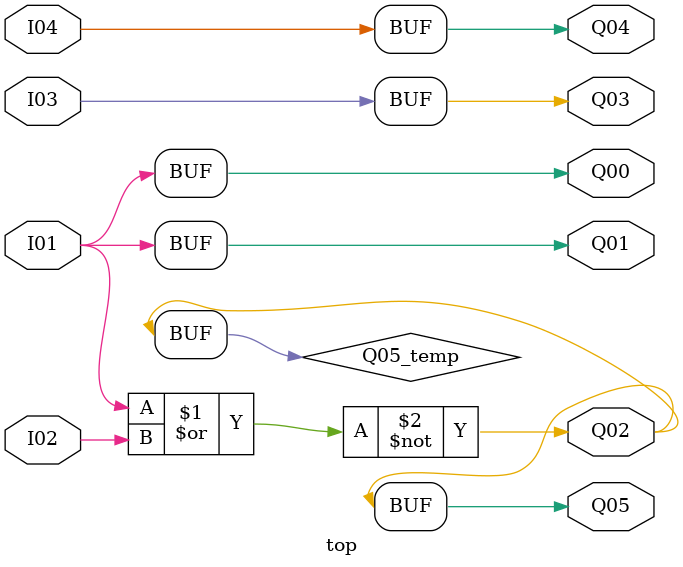
<source format=v>
/*
 * Generated by Digital. Don't modify this file!
 * Any changes will be lost if this file is regenerated.
 */

module top (
  input I01,
  input I02,
  input I03,
  input I04,
  output Q01,
  output Q02,
  output Q00,
  output Q05,
  output Q03,
  output Q04
);
  wire Q05_temp;
  assign Q05_temp = ~ (I01 | I02);
  assign Q01 = I01;
  assign Q02 = Q05_temp;
  assign Q00 = I01;
  assign Q05 = Q05_temp;
  assign Q03 = I03;
  assign Q04 = I04;
endmodule

</source>
